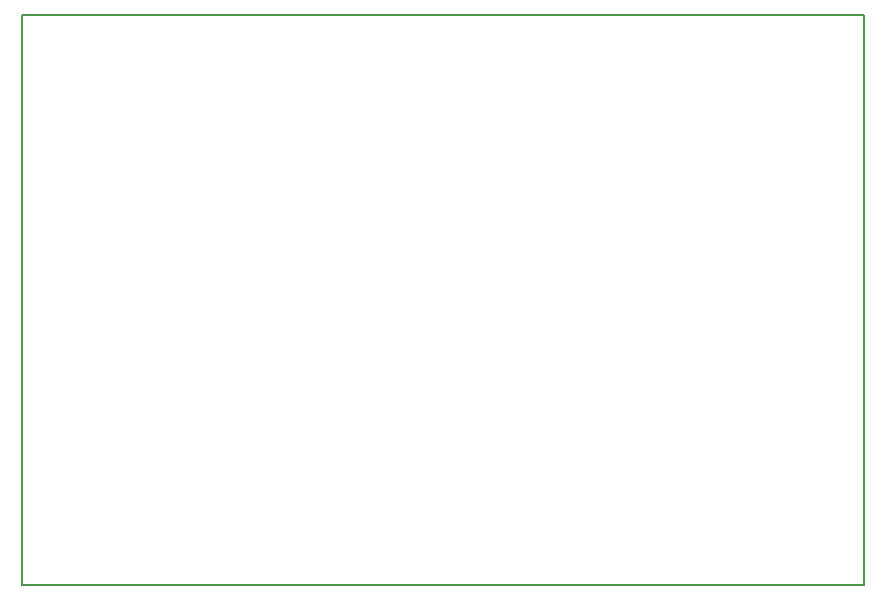
<source format=gbr>
%TF.GenerationSoftware,KiCad,Pcbnew,(6.0.10)*%
%TF.CreationDate,2023-02-01T19:36:09+01:00*%
%TF.ProjectId,jf-ecu32,6a662d65-6375-4333-922e-6b696361645f,rev?*%
%TF.SameCoordinates,Original*%
%TF.FileFunction,Profile,NP*%
%FSLAX46Y46*%
G04 Gerber Fmt 4.6, Leading zero omitted, Abs format (unit mm)*
G04 Created by KiCad (PCBNEW (6.0.10)) date 2023-02-01 19:36:09*
%MOMM*%
%LPD*%
G01*
G04 APERTURE LIST*
%TA.AperFunction,Profile*%
%ADD10C,0.200000*%
%TD*%
G04 APERTURE END LIST*
D10*
X12700000Y-150114000D02*
X83962800Y-150114000D01*
X83962800Y-150114000D02*
X83962800Y-198407000D01*
X83962800Y-198407000D02*
X12700000Y-198407000D01*
X12700000Y-198407000D02*
X12700000Y-150114000D01*
M02*

</source>
